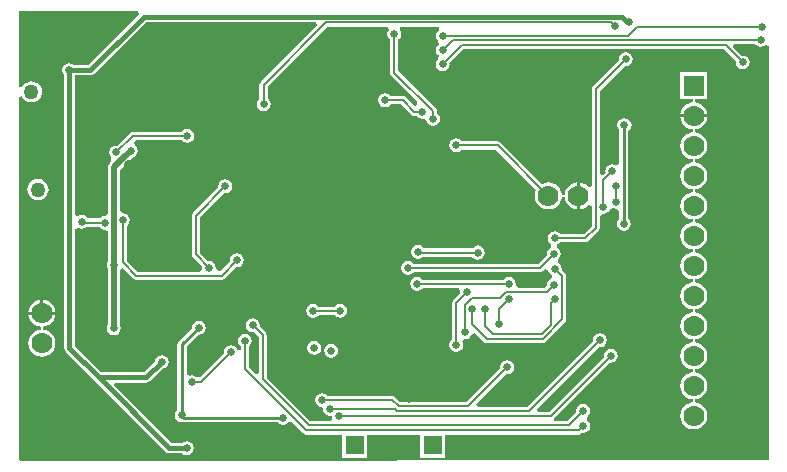
<source format=gbl>
G04*
G04 #@! TF.GenerationSoftware,Altium Limited,Altium Designer,18.1.9 (240)*
G04*
G04 Layer_Physical_Order=2*
G04 Layer_Color=16711680*
%FSLAX24Y24*%
%MOIN*%
G70*
G01*
G75*
%ADD10C,0.0100*%
%ADD12C,0.0070*%
%ADD77C,0.0150*%
%ADD78C,0.0200*%
%ADD79C,0.0700*%
%ADD80R,0.0700X0.0700*%
%ADD81R,0.0630X0.0630*%
%ADD82C,0.0500*%
%ADD83C,0.0260*%
G36*
X4018Y14900D02*
X2316Y13198D01*
X1837D01*
X1780Y13237D01*
X1690Y13255D01*
X1600Y13237D01*
X1524Y13186D01*
X1473Y13110D01*
X1455Y13020D01*
X1473Y12930D01*
X1512Y12873D01*
Y3750D01*
X1525Y3682D01*
X1564Y3624D01*
X2534Y2654D01*
X4894Y294D01*
X4952Y255D01*
X5020Y242D01*
X5453D01*
X5510Y203D01*
X5600Y185D01*
X5690Y203D01*
X5766Y254D01*
X5817Y330D01*
X5835Y420D01*
X5817Y510D01*
X5766Y586D01*
X5690Y637D01*
X5600Y655D01*
X5510Y637D01*
X5453Y598D01*
X5094D01*
X3183Y2509D01*
X3221Y2602D01*
X4249D01*
X4317Y2615D01*
X4375Y2654D01*
X4782Y3061D01*
X4850Y3075D01*
X4926Y3125D01*
X4977Y3202D01*
X4995Y3291D01*
X4977Y3381D01*
X4926Y3457D01*
X4850Y3508D01*
X4760Y3526D01*
X4670Y3508D01*
X4594Y3457D01*
X4543Y3381D01*
X4530Y3314D01*
X4175Y2958D01*
X2734D01*
X1868Y3824D01*
Y7726D01*
X1968Y7771D01*
X2010Y7743D01*
X2100Y7725D01*
X2190Y7743D01*
X2266Y7794D01*
X2271Y7802D01*
X2695D01*
X2714Y7774D01*
X2790Y7723D01*
X2880Y7705D01*
X2889Y7707D01*
X2966Y7644D01*
Y6660D01*
X2968Y6651D01*
X2953Y6630D01*
X2935Y6540D01*
X2953Y6450D01*
X2966Y6431D01*
Y4529D01*
X2953Y4510D01*
X2935Y4420D01*
X2953Y4330D01*
X3004Y4254D01*
X3080Y4203D01*
X3170Y4185D01*
X3260Y4203D01*
X3336Y4254D01*
X3387Y4330D01*
X3405Y4420D01*
X3387Y4510D01*
X3374Y4529D01*
Y6370D01*
X3474Y6411D01*
X3813Y6073D01*
X3857Y6043D01*
X3910Y6032D01*
X6760D01*
X6813Y6043D01*
X6857Y6073D01*
X7237Y6452D01*
X7270Y6445D01*
X7360Y6463D01*
X7436Y6514D01*
X7487Y6590D01*
X7505Y6680D01*
X7487Y6770D01*
X7436Y6846D01*
X7360Y6897D01*
X7270Y6915D01*
X7180Y6897D01*
X7104Y6846D01*
X7053Y6770D01*
X7035Y6680D01*
X7042Y6647D01*
X6728Y6333D01*
X6633Y6339D01*
X6571Y6422D01*
X6575Y6440D01*
X6557Y6530D01*
X6506Y6606D01*
X6430Y6657D01*
X6340Y6675D01*
X6307Y6668D01*
X6038Y6937D01*
Y8113D01*
X6847Y8922D01*
X6880Y8915D01*
X6970Y8933D01*
X7046Y8984D01*
X7097Y9060D01*
X7115Y9150D01*
X7097Y9240D01*
X7046Y9316D01*
X6970Y9367D01*
X6880Y9385D01*
X6790Y9367D01*
X6714Y9316D01*
X6663Y9240D01*
X6645Y9150D01*
X6652Y9117D01*
X5803Y8267D01*
X5773Y8223D01*
X5762Y8170D01*
Y6880D01*
X5773Y6827D01*
X5803Y6783D01*
X6112Y6473D01*
X6105Y6440D01*
X6112Y6408D01*
X6041Y6308D01*
X3967D01*
X3608Y6667D01*
Y7825D01*
X3636Y7844D01*
X3687Y7920D01*
X3705Y8010D01*
X3687Y8100D01*
X3636Y8176D01*
X3560Y8227D01*
X3470Y8245D01*
X3374Y8327D01*
Y9696D01*
X3514Y9836D01*
X3546Y9884D01*
X3646Y9984D01*
X3694Y10016D01*
X3797Y10119D01*
X3820Y10123D01*
X3896Y10174D01*
X3947Y10250D01*
X3965Y10340D01*
X3947Y10430D01*
X3896Y10506D01*
X3871Y10522D01*
X3852Y10632D01*
X3901Y10692D01*
X5435D01*
X5454Y10664D01*
X5530Y10613D01*
X5620Y10595D01*
X5710Y10613D01*
X5786Y10664D01*
X5837Y10740D01*
X5855Y10830D01*
X5837Y10920D01*
X5786Y10996D01*
X5710Y11047D01*
X5620Y11065D01*
X5530Y11047D01*
X5454Y10996D01*
X5435Y10968D01*
X3800D01*
X3747Y10957D01*
X3703Y10927D01*
X3703Y10927D01*
X3283Y10508D01*
X3250Y10515D01*
X3160Y10497D01*
X3084Y10446D01*
X3033Y10370D01*
X3015Y10280D01*
X3033Y10190D01*
X3084Y10114D01*
X3091Y9989D01*
X3026Y9924D01*
X2982Y9858D01*
X2966Y9780D01*
Y8236D01*
X2889Y8173D01*
X2880Y8175D01*
X2790Y8157D01*
X2714Y8106D01*
X2695Y8078D01*
X2298D01*
X2266Y8126D01*
X2190Y8177D01*
X2100Y8195D01*
X2010Y8177D01*
X1968Y8149D01*
X1868Y8194D01*
Y12842D01*
X2390D01*
X2458Y12855D01*
X2516Y12894D01*
X4244Y14622D01*
X9916D01*
X9955Y14529D01*
X8063Y12637D01*
X8033Y12593D01*
X8022Y12540D01*
Y12065D01*
X7994Y12046D01*
X7943Y11970D01*
X7925Y11880D01*
X7943Y11790D01*
X7994Y11714D01*
X8070Y11663D01*
X8160Y11645D01*
X8250Y11663D01*
X8326Y11714D01*
X8377Y11790D01*
X8395Y11880D01*
X8377Y11970D01*
X8326Y12046D01*
X8298Y12065D01*
Y12483D01*
X10287Y14472D01*
X12284D01*
X12299Y14453D01*
X12328Y14372D01*
X12293Y14320D01*
X12275Y14230D01*
X12293Y14140D01*
X12344Y14064D01*
X12372Y14045D01*
Y12940D01*
X12383Y12887D01*
X12413Y12843D01*
X13277Y11978D01*
X13263Y11858D01*
X13206Y11822D01*
X13186Y11829D01*
X12897Y12117D01*
X12853Y12147D01*
X12800Y12158D01*
X12395D01*
X12376Y12186D01*
X12300Y12237D01*
X12210Y12255D01*
X12120Y12237D01*
X12044Y12186D01*
X11993Y12110D01*
X11975Y12020D01*
X11993Y11930D01*
X12044Y11854D01*
X12120Y11803D01*
X12210Y11785D01*
X12300Y11803D01*
X12376Y11854D01*
X12395Y11882D01*
X12743D01*
X13093Y11533D01*
X13137Y11503D01*
X13190Y11492D01*
X13265D01*
X13284Y11464D01*
X13360Y11413D01*
X13450Y11395D01*
X13481Y11402D01*
X13547Y11400D01*
X13590Y11329D01*
X13593Y11310D01*
X13644Y11234D01*
X13720Y11183D01*
X13810Y11165D01*
X13900Y11183D01*
X13976Y11234D01*
X14027Y11310D01*
X14045Y11400D01*
X14027Y11490D01*
X13976Y11566D01*
X13943Y11588D01*
Y11645D01*
X13943Y11645D01*
X13932Y11698D01*
X13902Y11742D01*
X13902Y11742D01*
X12648Y12997D01*
Y14045D01*
X12676Y14064D01*
X12727Y14140D01*
X12745Y14230D01*
X12727Y14320D01*
X12692Y14372D01*
X12721Y14453D01*
X12736Y14472D01*
X13998D01*
X14019Y14372D01*
X13964Y14336D01*
X13913Y14260D01*
X13895Y14170D01*
X13913Y14080D01*
X13964Y14004D01*
X13990Y13987D01*
X13993Y13869D01*
X13974Y13856D01*
X13923Y13780D01*
X13905Y13690D01*
X13923Y13600D01*
X13974Y13524D01*
X13993Y13511D01*
X13990Y13393D01*
X13964Y13376D01*
X13913Y13300D01*
X13895Y13210D01*
X13913Y13120D01*
X13964Y13044D01*
X14040Y12993D01*
X14130Y12975D01*
X14220Y12993D01*
X14296Y13044D01*
X14347Y13120D01*
X14365Y13210D01*
X14358Y13243D01*
X14827Y13712D01*
X20209D01*
X20219Y13612D01*
X20140Y13597D01*
X20064Y13546D01*
X20013Y13470D01*
X19995Y13380D01*
X20002Y13347D01*
X19133Y12477D01*
X19103Y12433D01*
X19092Y12380D01*
Y9157D01*
X18992Y9123D01*
X18971Y9151D01*
X18877Y9223D01*
X18767Y9268D01*
X18700Y9277D01*
Y8830D01*
Y8383D01*
X18767Y8392D01*
X18877Y8437D01*
X18971Y8509D01*
X18992Y8537D01*
X19092Y8503D01*
Y7817D01*
X18833Y7558D01*
X18045D01*
X18026Y7586D01*
X17950Y7637D01*
X17860Y7655D01*
X17770Y7637D01*
X17694Y7586D01*
X17643Y7510D01*
X17625Y7420D01*
X17643Y7330D01*
X17694Y7254D01*
X17748Y7218D01*
X17750Y7145D01*
X17748Y7131D01*
X17742Y7111D01*
X17674Y7066D01*
X17623Y6990D01*
X17605Y6900D01*
X17612Y6867D01*
X17313Y6568D01*
X13165D01*
X13146Y6596D01*
X13070Y6647D01*
X12980Y6665D01*
X12890Y6647D01*
X12814Y6596D01*
X12763Y6520D01*
X12745Y6430D01*
X12763Y6340D01*
X12814Y6264D01*
X12890Y6213D01*
X12980Y6195D01*
X13070Y6213D01*
X13146Y6264D01*
X13165Y6292D01*
X17370D01*
X17423Y6303D01*
X17467Y6333D01*
X17540Y6406D01*
X17551Y6405D01*
X17642Y6366D01*
X17653Y6310D01*
X17704Y6234D01*
X17767Y6192D01*
X17769Y6140D01*
X17757Y6088D01*
X17750Y6087D01*
X17674Y6036D01*
X17623Y5960D01*
X17605Y5870D01*
X17610Y5847D01*
X17544Y5773D01*
X16643D01*
X16569Y5873D01*
X16575Y5900D01*
X16557Y5990D01*
X16506Y6066D01*
X16430Y6117D01*
X16340Y6135D01*
X16250Y6117D01*
X16174Y6066D01*
X16155Y6038D01*
X13465D01*
X13446Y6066D01*
X13370Y6117D01*
X13280Y6135D01*
X13190Y6117D01*
X13114Y6066D01*
X13063Y5990D01*
X13045Y5900D01*
X13063Y5810D01*
X13114Y5734D01*
X13190Y5683D01*
X13280Y5665D01*
X13370Y5683D01*
X13446Y5734D01*
X13465Y5762D01*
X14660D01*
X14722Y5662D01*
X14711Y5610D01*
X14718Y5577D01*
X14483Y5341D01*
X14453Y5297D01*
X14442Y5244D01*
Y4045D01*
X14414Y4026D01*
X14363Y3950D01*
X14345Y3860D01*
X14363Y3770D01*
X14414Y3694D01*
X14490Y3643D01*
X14580Y3625D01*
X14670Y3643D01*
X14746Y3694D01*
X14797Y3770D01*
X14815Y3860D01*
X14797Y3950D01*
X14782Y3971D01*
X14843Y4061D01*
X14870Y4055D01*
X14960Y4073D01*
X15036Y4124D01*
X15087Y4200D01*
X15093Y4231D01*
X15201Y4264D01*
X15503Y3963D01*
X15547Y3933D01*
X15600Y3922D01*
X15600Y3922D01*
X17470D01*
X17523Y3933D01*
X17567Y3963D01*
X18217Y4613D01*
X18247Y4657D01*
X18258Y4710D01*
X18258Y4710D01*
Y6150D01*
X18247Y6203D01*
X18217Y6247D01*
X18217Y6247D01*
X18098Y6367D01*
X18105Y6400D01*
X18087Y6490D01*
X18036Y6566D01*
X17985Y6600D01*
X17972Y6685D01*
X17977Y6715D01*
X18006Y6734D01*
X18057Y6810D01*
X18075Y6900D01*
X18057Y6990D01*
X18006Y7066D01*
X17952Y7102D01*
X17950Y7175D01*
X17952Y7189D01*
X17958Y7209D01*
X18026Y7254D01*
X18045Y7282D01*
X18890D01*
X18943Y7293D01*
X18987Y7323D01*
X19327Y7663D01*
X19327Y7663D01*
X19357Y7707D01*
X19368Y7760D01*
X19368Y7760D01*
Y8154D01*
X19468Y8230D01*
X19490Y8225D01*
X19580Y8243D01*
X19656Y8294D01*
X19707Y8370D01*
X19708Y8375D01*
X19819Y8421D01*
X19830Y8413D01*
X19920Y8395D01*
X20017Y8313D01*
Y8074D01*
X20004Y8066D01*
X19953Y7990D01*
X19935Y7900D01*
X19953Y7810D01*
X20004Y7734D01*
X20080Y7683D01*
X20170Y7665D01*
X20260Y7683D01*
X20336Y7734D01*
X20387Y7810D01*
X20405Y7900D01*
X20387Y7990D01*
X20336Y8066D01*
X20323Y8074D01*
Y10690D01*
Y11002D01*
X20356Y11024D01*
X20407Y11100D01*
X20425Y11190D01*
X20407Y11280D01*
X20356Y11356D01*
X20280Y11407D01*
X20190Y11425D01*
X20100Y11407D01*
X20024Y11356D01*
X19973Y11280D01*
X19955Y11190D01*
X19973Y11100D01*
X20017Y11035D01*
Y10690D01*
Y9890D01*
X19917Y9842D01*
X19880Y9867D01*
X19790Y9885D01*
X19700Y9867D01*
X19624Y9816D01*
X19573Y9740D01*
X19555Y9650D01*
X19562Y9617D01*
X19468Y9522D01*
X19368Y9564D01*
Y12323D01*
X20197Y13152D01*
X20230Y13145D01*
X20320Y13163D01*
X20396Y13214D01*
X20447Y13290D01*
X20465Y13380D01*
X20447Y13470D01*
X20396Y13546D01*
X20320Y13597D01*
X20241Y13612D01*
X20251Y13712D01*
X23503D01*
X23902Y13313D01*
X23895Y13280D01*
X23913Y13190D01*
X23964Y13114D01*
X24040Y13063D01*
X24130Y13046D01*
X24220Y13063D01*
X24296Y13114D01*
X24347Y13190D01*
X24365Y13280D01*
X24347Y13370D01*
X24296Y13446D01*
X24220Y13497D01*
X24130Y13515D01*
X24097Y13508D01*
X23805Y13800D01*
X23843Y13892D01*
X24545D01*
X24564Y13864D01*
X24640Y13813D01*
X24730Y13795D01*
X24820Y13813D01*
X24896Y13864D01*
X24900Y13870D01*
X25000Y13840D01*
Y32D01*
X24970Y10D01*
X71Y0D01*
X0Y71D01*
Y12138D01*
X100Y12158D01*
X114Y12123D01*
X170Y12050D01*
X243Y11994D01*
X329Y11959D01*
X420Y11947D01*
X511Y11959D01*
X597Y11994D01*
X670Y12050D01*
X726Y12123D01*
X761Y12209D01*
X773Y12300D01*
X761Y12391D01*
X726Y12477D01*
X670Y12550D01*
X597Y12606D01*
X511Y12641D01*
X420Y12653D01*
X329Y12641D01*
X243Y12606D01*
X170Y12550D01*
X114Y12477D01*
X100Y12442D01*
X0Y12462D01*
Y15000D01*
X3981D01*
X4018Y14900D01*
D02*
G37*
%LPC*%
G36*
X22950Y12950D02*
X22050D01*
Y12050D01*
X22464D01*
X22471Y11950D01*
X22434Y11945D01*
X22383Y11938D01*
X22273Y11893D01*
X22179Y11821D01*
X22107Y11727D01*
X22062Y11617D01*
X22053Y11550D01*
X22500D01*
X22947D01*
X22938Y11617D01*
X22893Y11727D01*
X22821Y11821D01*
X22727Y11893D01*
X22617Y11938D01*
X22566Y11945D01*
X22529Y11950D01*
X22536Y12050D01*
X22950D01*
Y12950D01*
D02*
G37*
G36*
X640Y9393D02*
X549Y9381D01*
X463Y9346D01*
X390Y9290D01*
X334Y9217D01*
X299Y9131D01*
X287Y9040D01*
X299Y8949D01*
X334Y8863D01*
X390Y8790D01*
X463Y8734D01*
X549Y8699D01*
X640Y8687D01*
X731Y8699D01*
X817Y8734D01*
X890Y8790D01*
X946Y8863D01*
X981Y8949D01*
X993Y9040D01*
X981Y9131D01*
X946Y9217D01*
X890Y9290D01*
X817Y9346D01*
X731Y9381D01*
X640Y9393D01*
D02*
G37*
G36*
X14590Y10745D02*
X14500Y10727D01*
X14424Y10676D01*
X14373Y10600D01*
X14355Y10510D01*
X14373Y10420D01*
X14424Y10344D01*
X14500Y10293D01*
X14590Y10275D01*
X14680Y10293D01*
X14756Y10344D01*
X14775Y10372D01*
X15913D01*
X17249Y9037D01*
X17212Y8947D01*
X17196Y8830D01*
X17212Y8713D01*
X17257Y8603D01*
X17329Y8509D01*
X17423Y8437D01*
X17533Y8392D01*
X17650Y8376D01*
X17767Y8392D01*
X17877Y8437D01*
X17971Y8509D01*
X18043Y8603D01*
X18088Y8713D01*
X18095Y8765D01*
X18100Y8797D01*
X18200D01*
X18205Y8765D01*
X18212Y8713D01*
X18257Y8603D01*
X18329Y8509D01*
X18423Y8437D01*
X18533Y8392D01*
X18600Y8383D01*
Y8830D01*
Y9277D01*
X18533Y9268D01*
X18423Y9223D01*
X18329Y9151D01*
X18257Y9057D01*
X18212Y8947D01*
X18205Y8895D01*
X18200Y8863D01*
X18100D01*
X18095Y8895D01*
X18088Y8947D01*
X18043Y9057D01*
X17971Y9151D01*
X17877Y9223D01*
X17767Y9268D01*
X17650Y9284D01*
X17533Y9268D01*
X17443Y9231D01*
X16067Y10607D01*
X16023Y10637D01*
X15970Y10648D01*
X14775D01*
X14756Y10676D01*
X14680Y10727D01*
X14590Y10745D01*
D02*
G37*
G36*
X13310Y7195D02*
X13220Y7177D01*
X13144Y7126D01*
X13093Y7050D01*
X13075Y6960D01*
X13093Y6870D01*
X13144Y6794D01*
X13220Y6743D01*
X13310Y6725D01*
X13400Y6743D01*
X13476Y6794D01*
X13481Y6802D01*
X15115D01*
X15134Y6774D01*
X15210Y6723D01*
X15300Y6705D01*
X15390Y6723D01*
X15466Y6774D01*
X15517Y6850D01*
X15535Y6940D01*
X15517Y7030D01*
X15466Y7106D01*
X15390Y7157D01*
X15300Y7175D01*
X15210Y7157D01*
X15134Y7106D01*
X15115Y7078D01*
X13508D01*
X13476Y7126D01*
X13400Y7177D01*
X13310Y7195D01*
D02*
G37*
G36*
X10720Y5235D02*
X10630Y5217D01*
X10554Y5166D01*
X10535Y5138D01*
X9995D01*
X9976Y5166D01*
X9900Y5217D01*
X9810Y5235D01*
X9720Y5217D01*
X9644Y5166D01*
X9593Y5090D01*
X9575Y5000D01*
X9593Y4910D01*
X9644Y4834D01*
X9720Y4783D01*
X9810Y4765D01*
X9900Y4783D01*
X9976Y4834D01*
X9995Y4862D01*
X10535D01*
X10554Y4834D01*
X10630Y4783D01*
X10720Y4765D01*
X10810Y4783D01*
X10886Y4834D01*
X10937Y4910D01*
X10955Y5000D01*
X10937Y5090D01*
X10886Y5166D01*
X10810Y5217D01*
X10720Y5235D01*
D02*
G37*
G36*
X820Y5367D02*
Y4970D01*
X1217D01*
X1208Y5037D01*
X1163Y5147D01*
X1091Y5241D01*
X997Y5313D01*
X887Y5358D01*
X820Y5367D01*
D02*
G37*
G36*
X720D02*
X653Y5358D01*
X543Y5313D01*
X449Y5241D01*
X377Y5147D01*
X332Y5037D01*
X323Y4970D01*
X720D01*
Y5367D01*
D02*
G37*
G36*
X9852Y3993D02*
X9762Y3975D01*
X9686Y3924D01*
X9635Y3848D01*
X9617Y3758D01*
X9635Y3669D01*
X9686Y3592D01*
X9762Y3542D01*
X9852Y3524D01*
X9941Y3542D01*
X10018Y3592D01*
X10068Y3669D01*
X10086Y3758D01*
X10068Y3848D01*
X10018Y3924D01*
X9941Y3975D01*
X9852Y3993D01*
D02*
G37*
G36*
X1217Y4870D02*
X770D01*
X323D01*
X332Y4803D01*
X377Y4693D01*
X449Y4599D01*
X543Y4527D01*
X653Y4482D01*
X705Y4475D01*
X737Y4470D01*
Y4370D01*
X705Y4365D01*
X653Y4358D01*
X543Y4313D01*
X449Y4241D01*
X377Y4147D01*
X332Y4037D01*
X316Y3920D01*
X332Y3803D01*
X377Y3693D01*
X449Y3599D01*
X543Y3527D01*
X653Y3482D01*
X770Y3466D01*
X887Y3482D01*
X997Y3527D01*
X1091Y3599D01*
X1163Y3693D01*
X1208Y3803D01*
X1224Y3920D01*
X1208Y4037D01*
X1163Y4147D01*
X1091Y4241D01*
X997Y4313D01*
X887Y4358D01*
X835Y4365D01*
X803Y4370D01*
Y4470D01*
X835Y4475D01*
X887Y4482D01*
X997Y4527D01*
X1091Y4599D01*
X1163Y4693D01*
X1208Y4803D01*
X1217Y4870D01*
D02*
G37*
G36*
X10409Y3904D02*
X10320Y3886D01*
X10244Y3835D01*
X10193Y3759D01*
X10175Y3669D01*
X10193Y3580D01*
X10244Y3504D01*
X10320Y3453D01*
X10409Y3435D01*
X10499Y3453D01*
X10575Y3504D01*
X10626Y3580D01*
X10644Y3669D01*
X10626Y3759D01*
X10575Y3835D01*
X10499Y3886D01*
X10409Y3904D01*
D02*
G37*
G36*
X7800Y4745D02*
X7710Y4727D01*
X7634Y4676D01*
X7583Y4600D01*
X7565Y4510D01*
X7583Y4420D01*
X7634Y4344D01*
X7710Y4293D01*
X7800Y4275D01*
X7833Y4282D01*
X7992Y4123D01*
Y2923D01*
X7900Y2885D01*
X7678Y3107D01*
Y3815D01*
X7706Y3834D01*
X7757Y3910D01*
X7775Y4000D01*
X7757Y4090D01*
X7706Y4166D01*
X7630Y4217D01*
X7540Y4235D01*
X7450Y4217D01*
X7374Y4166D01*
X7323Y4090D01*
X7305Y4000D01*
X7323Y3910D01*
X7374Y3834D01*
X7402Y3815D01*
Y3700D01*
X7393Y3689D01*
X7294Y3708D01*
X7282Y3717D01*
X7236Y3786D01*
X7160Y3837D01*
X7070Y3855D01*
X6980Y3837D01*
X6904Y3786D01*
X6853Y3710D01*
X6835Y3620D01*
X6842Y3587D01*
X6040Y2785D01*
X5935Y2776D01*
X5858Y2827D01*
X5769Y2845D01*
X5693Y2829D01*
X5656Y2844D01*
X5593Y2889D01*
Y3807D01*
X5985Y4199D01*
X6000Y4195D01*
X6090Y4213D01*
X6166Y4264D01*
X6217Y4340D01*
X6235Y4430D01*
X6217Y4520D01*
X6166Y4596D01*
X6090Y4647D01*
X6000Y4665D01*
X5910Y4647D01*
X5834Y4596D01*
X5783Y4520D01*
X5765Y4430D01*
X5769Y4415D01*
X5362Y4008D01*
X5332Y3988D01*
X5299Y3939D01*
X5287Y3880D01*
Y1684D01*
X5274Y1676D01*
X5223Y1600D01*
X5205Y1510D01*
X5223Y1420D01*
X5274Y1344D01*
X5350Y1293D01*
X5440Y1275D01*
X5504Y1288D01*
X5510Y1287D01*
X8636D01*
X8644Y1274D01*
X8720Y1223D01*
X8810Y1205D01*
X8900Y1223D01*
X8976Y1274D01*
X8977Y1277D01*
X9106Y1289D01*
X9483Y913D01*
X9483Y913D01*
X9527Y883D01*
X9580Y872D01*
X9580Y872D01*
X10786D01*
Y108D01*
X11616D01*
Y872D01*
X13384D01*
Y108D01*
X14214D01*
Y872D01*
X18670D01*
X18723Y883D01*
X18767Y913D01*
X18787Y932D01*
X18820Y925D01*
X18910Y943D01*
X18986Y994D01*
X19037Y1070D01*
X19055Y1160D01*
X19037Y1250D01*
X18986Y1326D01*
X18936Y1359D01*
X18930Y1380D01*
Y1450D01*
X18936Y1471D01*
X18986Y1504D01*
X19037Y1580D01*
X19055Y1670D01*
X19037Y1760D01*
X18986Y1836D01*
X18910Y1887D01*
X18820Y1905D01*
X18730Y1887D01*
X18654Y1836D01*
X18603Y1760D01*
X18585Y1670D01*
X18592Y1637D01*
X18273Y1318D01*
X17880D01*
X17855Y1358D01*
X17842Y1418D01*
X19697Y3272D01*
X19730Y3265D01*
X19820Y3283D01*
X19896Y3334D01*
X19947Y3410D01*
X19965Y3500D01*
X19947Y3590D01*
X19896Y3666D01*
X19820Y3717D01*
X19730Y3735D01*
X19640Y3717D01*
X19564Y3666D01*
X19513Y3590D01*
X19495Y3500D01*
X19502Y3467D01*
X17673Y1638D01*
X17313D01*
X17275Y1730D01*
X19337Y3792D01*
X19370Y3785D01*
X19460Y3803D01*
X19536Y3854D01*
X19587Y3930D01*
X19605Y4020D01*
X19587Y4110D01*
X19536Y4186D01*
X19460Y4237D01*
X19370Y4255D01*
X19280Y4237D01*
X19204Y4186D01*
X19153Y4110D01*
X19135Y4020D01*
X19142Y3987D01*
X16963Y1808D01*
X15293D01*
X15255Y1900D01*
X16247Y2892D01*
X16280Y2885D01*
X16370Y2903D01*
X16446Y2954D01*
X16497Y3030D01*
X16515Y3120D01*
X16497Y3210D01*
X16446Y3286D01*
X16370Y3337D01*
X16280Y3355D01*
X16190Y3337D01*
X16114Y3286D01*
X16063Y3210D01*
X16045Y3120D01*
X16052Y3087D01*
X14913Y1948D01*
X12717D01*
X12547Y2117D01*
X12503Y2147D01*
X12450Y2158D01*
X10305D01*
X10286Y2186D01*
X10210Y2237D01*
X10120Y2255D01*
X10030Y2237D01*
X9954Y2186D01*
X9903Y2110D01*
X9885Y2020D01*
X9903Y1930D01*
X9954Y1854D01*
X10030Y1803D01*
X10120Y1785D01*
X10132Y1773D01*
X10125Y1740D01*
X10143Y1650D01*
X10194Y1574D01*
X10270Y1523D01*
X10360Y1505D01*
X10367Y1507D01*
X10435Y1500D01*
X10452Y1418D01*
X10451Y1407D01*
X10395Y1318D01*
X9717D01*
X8268Y2767D01*
Y4180D01*
X8257Y4233D01*
X8227Y4277D01*
X8227Y4277D01*
X8028Y4477D01*
X8035Y4510D01*
X8017Y4600D01*
X7966Y4676D01*
X7890Y4727D01*
X7800Y4745D01*
D02*
G37*
G36*
X22947Y11450D02*
X22500D01*
X22053D01*
X22062Y11383D01*
X22107Y11273D01*
X22179Y11179D01*
X22273Y11107D01*
X22383Y11062D01*
X22435Y11055D01*
X22467Y11050D01*
Y10950D01*
X22435Y10945D01*
X22383Y10938D01*
X22273Y10893D01*
X22179Y10821D01*
X22107Y10727D01*
X22062Y10617D01*
X22046Y10500D01*
X22062Y10383D01*
X22107Y10273D01*
X22179Y10179D01*
X22273Y10107D01*
X22383Y10062D01*
X22435Y10055D01*
X22467Y10050D01*
Y9950D01*
X22435Y9945D01*
X22383Y9938D01*
X22273Y9893D01*
X22179Y9821D01*
X22107Y9727D01*
X22062Y9617D01*
X22046Y9500D01*
X22062Y9383D01*
X22107Y9273D01*
X22179Y9179D01*
X22273Y9107D01*
X22383Y9062D01*
X22435Y9055D01*
X22467Y9050D01*
Y8950D01*
X22435Y8945D01*
X22383Y8938D01*
X22273Y8893D01*
X22179Y8821D01*
X22107Y8727D01*
X22062Y8617D01*
X22046Y8500D01*
X22062Y8383D01*
X22107Y8273D01*
X22179Y8179D01*
X22273Y8107D01*
X22383Y8062D01*
X22435Y8055D01*
X22467Y8050D01*
Y7950D01*
X22435Y7945D01*
X22383Y7938D01*
X22273Y7893D01*
X22179Y7821D01*
X22107Y7727D01*
X22062Y7617D01*
X22046Y7500D01*
X22062Y7383D01*
X22107Y7273D01*
X22179Y7179D01*
X22273Y7107D01*
X22383Y7062D01*
X22435Y7055D01*
X22467Y7050D01*
Y6950D01*
X22435Y6945D01*
X22383Y6938D01*
X22273Y6893D01*
X22179Y6821D01*
X22107Y6727D01*
X22062Y6617D01*
X22046Y6500D01*
X22062Y6383D01*
X22107Y6273D01*
X22179Y6179D01*
X22273Y6107D01*
X22383Y6062D01*
X22435Y6055D01*
X22467Y6050D01*
Y5950D01*
X22435Y5945D01*
X22383Y5938D01*
X22273Y5893D01*
X22179Y5821D01*
X22107Y5727D01*
X22062Y5617D01*
X22046Y5500D01*
X22062Y5383D01*
X22107Y5273D01*
X22179Y5179D01*
X22273Y5107D01*
X22383Y5062D01*
X22435Y5055D01*
X22467Y5050D01*
Y4950D01*
X22435Y4945D01*
X22383Y4938D01*
X22273Y4893D01*
X22179Y4821D01*
X22107Y4727D01*
X22062Y4617D01*
X22046Y4500D01*
X22062Y4383D01*
X22107Y4273D01*
X22179Y4179D01*
X22273Y4107D01*
X22383Y4062D01*
X22435Y4055D01*
X22467Y4050D01*
Y3950D01*
X22435Y3945D01*
X22383Y3938D01*
X22273Y3893D01*
X22179Y3821D01*
X22107Y3727D01*
X22062Y3617D01*
X22046Y3500D01*
X22062Y3383D01*
X22107Y3273D01*
X22179Y3179D01*
X22273Y3107D01*
X22383Y3062D01*
X22435Y3055D01*
X22467Y3050D01*
Y2950D01*
X22435Y2945D01*
X22383Y2938D01*
X22273Y2893D01*
X22179Y2821D01*
X22107Y2727D01*
X22062Y2617D01*
X22046Y2500D01*
X22062Y2383D01*
X22107Y2273D01*
X22179Y2179D01*
X22273Y2107D01*
X22383Y2062D01*
X22435Y2055D01*
X22467Y2050D01*
Y1950D01*
X22435Y1945D01*
X22383Y1938D01*
X22273Y1893D01*
X22179Y1821D01*
X22107Y1727D01*
X22062Y1617D01*
X22046Y1500D01*
X22062Y1383D01*
X22107Y1273D01*
X22179Y1179D01*
X22273Y1107D01*
X22383Y1062D01*
X22500Y1046D01*
X22617Y1062D01*
X22727Y1107D01*
X22821Y1179D01*
X22893Y1273D01*
X22938Y1383D01*
X22954Y1500D01*
X22938Y1617D01*
X22893Y1727D01*
X22821Y1821D01*
X22727Y1893D01*
X22617Y1938D01*
X22565Y1945D01*
X22533Y1950D01*
Y2050D01*
X22565Y2055D01*
X22617Y2062D01*
X22727Y2107D01*
X22821Y2179D01*
X22893Y2273D01*
X22938Y2383D01*
X22954Y2500D01*
X22938Y2617D01*
X22893Y2727D01*
X22821Y2821D01*
X22727Y2893D01*
X22617Y2938D01*
X22565Y2945D01*
X22533Y2950D01*
Y3050D01*
X22565Y3055D01*
X22617Y3062D01*
X22727Y3107D01*
X22821Y3179D01*
X22893Y3273D01*
X22938Y3383D01*
X22954Y3500D01*
X22938Y3617D01*
X22893Y3727D01*
X22821Y3821D01*
X22727Y3893D01*
X22617Y3938D01*
X22565Y3945D01*
X22533Y3950D01*
Y4050D01*
X22565Y4055D01*
X22617Y4062D01*
X22727Y4107D01*
X22821Y4179D01*
X22893Y4273D01*
X22938Y4383D01*
X22954Y4500D01*
X22938Y4617D01*
X22893Y4727D01*
X22821Y4821D01*
X22727Y4893D01*
X22617Y4938D01*
X22565Y4945D01*
X22533Y4950D01*
Y5050D01*
X22565Y5055D01*
X22617Y5062D01*
X22727Y5107D01*
X22821Y5179D01*
X22893Y5273D01*
X22938Y5383D01*
X22954Y5500D01*
X22938Y5617D01*
X22893Y5727D01*
X22821Y5821D01*
X22727Y5893D01*
X22617Y5938D01*
X22565Y5945D01*
X22533Y5950D01*
Y6050D01*
X22565Y6055D01*
X22617Y6062D01*
X22727Y6107D01*
X22821Y6179D01*
X22893Y6273D01*
X22938Y6383D01*
X22954Y6500D01*
X22938Y6617D01*
X22893Y6727D01*
X22821Y6821D01*
X22727Y6893D01*
X22617Y6938D01*
X22565Y6945D01*
X22533Y6950D01*
Y7050D01*
X22565Y7055D01*
X22617Y7062D01*
X22727Y7107D01*
X22821Y7179D01*
X22893Y7273D01*
X22938Y7383D01*
X22954Y7500D01*
X22938Y7617D01*
X22893Y7727D01*
X22821Y7821D01*
X22727Y7893D01*
X22617Y7938D01*
X22565Y7945D01*
X22533Y7950D01*
Y8050D01*
X22565Y8055D01*
X22617Y8062D01*
X22727Y8107D01*
X22821Y8179D01*
X22893Y8273D01*
X22938Y8383D01*
X22954Y8500D01*
X22938Y8617D01*
X22893Y8727D01*
X22821Y8821D01*
X22727Y8893D01*
X22617Y8938D01*
X22565Y8945D01*
X22533Y8950D01*
Y9050D01*
X22565Y9055D01*
X22617Y9062D01*
X22727Y9107D01*
X22821Y9179D01*
X22893Y9273D01*
X22938Y9383D01*
X22954Y9500D01*
X22938Y9617D01*
X22893Y9727D01*
X22821Y9821D01*
X22727Y9893D01*
X22617Y9938D01*
X22565Y9945D01*
X22533Y9950D01*
Y10050D01*
X22565Y10055D01*
X22617Y10062D01*
X22727Y10107D01*
X22821Y10179D01*
X22893Y10273D01*
X22938Y10383D01*
X22954Y10500D01*
X22938Y10617D01*
X22893Y10727D01*
X22821Y10821D01*
X22727Y10893D01*
X22617Y10938D01*
X22565Y10945D01*
X22533Y10950D01*
Y11050D01*
X22565Y11055D01*
X22617Y11062D01*
X22727Y11107D01*
X22821Y11179D01*
X22893Y11273D01*
X22938Y11383D01*
X22947Y11450D01*
D02*
G37*
%LPD*%
D10*
X20170Y10690D02*
Y11170D01*
Y7900D02*
Y10690D01*
X5510Y1440D02*
X8810D01*
X5440Y1510D02*
X5510Y1440D01*
X5450Y3880D02*
X6000Y4430D01*
X5440Y3880D02*
X5450D01*
X5440Y1510D02*
Y3880D01*
D12*
X10230Y14610D02*
X19740D01*
X13810Y11400D02*
Y11506D01*
X20170Y11170D02*
X20190Y11190D01*
X15970Y10510D02*
X17650Y8830D01*
X14590Y10510D02*
X15970D01*
X12210Y12020D02*
X12800D01*
X13190Y11630D01*
X13450D01*
X12510Y12940D02*
X13805Y11645D01*
Y11511D02*
Y11645D01*
Y11511D02*
X13810Y11506D01*
X12510Y12940D02*
Y14230D01*
X14140Y13690D02*
X14480Y14030D01*
X14600D01*
X14130Y13210D02*
X14770Y13850D01*
X23560D01*
X24130Y13280D01*
X14600Y14030D02*
X24730Y14030D01*
X14130Y14170D02*
X20310Y14170D01*
X20610Y14470D01*
X24770D01*
X19740Y14610D02*
X19870Y14480D01*
X8160Y12540D02*
X10230Y14610D01*
X19230Y12380D02*
X20230Y13380D01*
X19230Y7760D02*
Y12380D01*
X19490Y9350D02*
X19790Y9650D01*
X19490Y8460D02*
Y9350D01*
X19900Y9160D02*
X19920Y9140D01*
Y8630D02*
Y9140D01*
X6760Y6170D02*
X7270Y6680D01*
X3910Y6170D02*
X6760D01*
X3470Y6610D02*
X3910Y6170D01*
X3470Y6610D02*
Y8010D01*
X2120Y7940D02*
X2880D01*
X2100Y7960D02*
X2120Y7940D01*
X8160Y11880D02*
Y12540D01*
X14580Y3860D02*
Y5244D01*
X14946Y5610D01*
X14870Y4290D02*
Y4830D01*
X14865Y4835D02*
X14870Y4830D01*
X5900Y6880D02*
X6340Y6440D01*
X5900Y6880D02*
Y8170D01*
X6880Y9150D01*
X17730Y1500D02*
X19730Y3500D01*
X10670Y1500D02*
X17730D01*
X17020Y1670D02*
X19370Y4020D01*
X12602Y1670D02*
X17020D01*
X14970Y1810D02*
X16280Y3120D01*
X12532Y1740D02*
X12602Y1670D01*
X10360Y1740D02*
X12532D01*
X12660Y1810D02*
X14970D01*
X12450Y2020D02*
X12660Y1810D01*
X10120Y2020D02*
X12450D01*
X18330Y1180D02*
X18820Y1670D01*
X9660Y1180D02*
X18330D01*
X8130Y2710D02*
X9660Y1180D01*
X18670Y1010D02*
X18820Y1160D01*
X9580Y1010D02*
X18670D01*
X7540Y3050D02*
X9580Y1010D01*
X7540Y3050D02*
Y4000D01*
X8130Y2710D02*
Y4180D01*
X7800Y4510D02*
X8130Y4180D01*
X6060Y2610D02*
X7070Y3620D01*
X5769Y2610D02*
X6060D01*
X9810Y5000D02*
X10720D01*
X13330Y6940D02*
X15300D01*
X13310Y6960D02*
X13330Y6940D01*
X18890Y7420D02*
X19230Y7760D01*
X12980Y6430D02*
X17370D01*
X17840Y6900D01*
X13280Y5900D02*
X16340D01*
X15110Y5420D02*
X16028D01*
X14865Y5175D02*
X15110Y5420D01*
X16028D02*
X16243Y5635D01*
X17605D02*
X17840Y5870D01*
X16243Y5635D02*
X17605D01*
X15536Y4504D02*
Y5070D01*
X14865Y4835D02*
Y5175D01*
X17870Y6400D02*
X18120Y6150D01*
Y4710D02*
Y6150D01*
X17470Y4060D02*
X18120Y4710D01*
X15600Y4060D02*
X17470D01*
X15100Y4560D02*
X15600Y4060D01*
X15100Y4560D02*
Y5050D01*
X15536Y4504D02*
X15800Y4240D01*
X17440D01*
X16000Y5060D02*
X16340Y5400D01*
X17440Y4240D02*
X17730Y4530D01*
Y5250D01*
X17880Y5400D01*
X16000Y4550D02*
Y5060D01*
X17860Y7420D02*
X18890D01*
X3800Y10830D02*
X5620D01*
X3250Y10280D02*
X3800Y10830D01*
D77*
X20280Y14640D02*
X20330D01*
X20120Y14800D02*
X20280Y14640D01*
X4170Y14800D02*
X20120D01*
X2390Y13020D02*
X4170Y14800D01*
X4249Y2780D02*
X4760Y3291D01*
X2660Y2780D02*
X5020Y420D01*
X1690Y3750D02*
X2660Y2780D01*
X4249D01*
X5020Y420D02*
X5600D01*
X1690Y3750D02*
Y13020D01*
X2390D01*
D78*
X3170Y9780D02*
X3370Y9980D01*
X3170Y6660D02*
Y9780D01*
X3550Y10160D02*
X3730Y10340D01*
X3534Y10160D02*
X3550D01*
X3370Y9996D02*
X3534Y10160D01*
X3370Y9980D02*
Y9996D01*
X3170Y4420D02*
Y6540D01*
D79*
X770Y4920D02*
D03*
Y3920D02*
D03*
X17650Y8830D02*
D03*
X18650D02*
D03*
X22500Y11500D02*
D03*
Y10500D02*
D03*
Y9500D02*
D03*
Y8500D02*
D03*
Y7500D02*
D03*
Y6500D02*
D03*
Y5500D02*
D03*
Y4500D02*
D03*
Y3500D02*
D03*
Y2500D02*
D03*
Y1500D02*
D03*
D80*
Y12500D02*
D03*
D81*
X11201Y523D02*
D03*
X13799D02*
D03*
D82*
X420Y12300D02*
D03*
X640Y9040D02*
D03*
D83*
X11670Y14170D02*
D03*
X13810Y11400D02*
D03*
X20190Y11190D02*
D03*
X14590Y10510D02*
D03*
X14400Y12550D02*
D03*
X13450Y11630D02*
D03*
X12510Y14230D02*
D03*
X14130Y13210D02*
D03*
X14140Y13690D02*
D03*
X14130Y14170D02*
D03*
X20330Y14640D02*
D03*
X19870Y14480D02*
D03*
X24770Y14470D02*
D03*
X24730Y14030D02*
D03*
X20230Y13380D02*
D03*
X24130Y13280D02*
D03*
X6300Y14310D02*
D03*
X19790Y9650D02*
D03*
X19920Y8630D02*
D03*
X19900Y9160D02*
D03*
X20170Y7900D02*
D03*
X19490Y8460D02*
D03*
X7270Y6680D02*
D03*
X3470Y8010D02*
D03*
X2880Y7940D02*
D03*
X3880Y8010D02*
D03*
X17460Y3460D02*
D03*
X362Y10682D02*
D03*
X11610Y12900D02*
D03*
X8160Y11880D02*
D03*
X14580Y3860D02*
D03*
X14946Y5610D02*
D03*
X14870Y4290D02*
D03*
X6880Y9150D02*
D03*
X12210Y12020D02*
D03*
X7570Y10330D02*
D03*
X6380Y7710D02*
D03*
X4760Y3291D02*
D03*
X5600Y420D02*
D03*
X1690Y13020D02*
D03*
X19730Y3500D02*
D03*
X19370Y4020D02*
D03*
X10120Y2020D02*
D03*
X10360Y1740D02*
D03*
X10670Y1500D02*
D03*
X18820Y1160D02*
D03*
Y1670D02*
D03*
X14980Y2240D02*
D03*
X7070Y3620D02*
D03*
X5769Y2610D02*
D03*
X7540Y4000D02*
D03*
X8810Y1440D02*
D03*
X9400Y2220D02*
D03*
X16280Y3120D02*
D03*
X9852Y3758D02*
D03*
X10409Y3669D02*
D03*
X6000Y4430D02*
D03*
X5440Y1510D02*
D03*
X6160Y840D02*
D03*
X6332Y3440D02*
D03*
X3840Y5520D02*
D03*
X2280Y3950D02*
D03*
X12580Y11700D02*
D03*
X9810Y5000D02*
D03*
X10720D02*
D03*
X15300Y6940D02*
D03*
X13310Y6960D02*
D03*
X13280Y5900D02*
D03*
X12980Y6430D02*
D03*
X17840Y6900D02*
D03*
X15536Y5070D02*
D03*
X15100Y5050D02*
D03*
X16000Y4550D02*
D03*
X17880Y5400D02*
D03*
X17870Y6400D02*
D03*
X17840Y5870D02*
D03*
X15120Y9770D02*
D03*
X16340Y5400D02*
D03*
Y5900D02*
D03*
X17860Y7420D02*
D03*
X7800Y4510D02*
D03*
X5620Y10830D02*
D03*
X3170Y4420D02*
D03*
X14270Y2830D02*
D03*
X8470Y2810D02*
D03*
X13012Y2062D02*
D03*
X10450Y12020D02*
D03*
X4800Y6550D02*
D03*
X5784Y12836D02*
D03*
X5744Y13786D02*
D03*
X12930Y2720D02*
D03*
X16220Y8570D02*
D03*
X19980Y6850D02*
D03*
X6340Y6440D02*
D03*
X6290Y4780D02*
D03*
X2100Y7960D02*
D03*
X3170Y6540D02*
D03*
X3240Y11720D02*
D03*
X2200Y9395D02*
D03*
X2176Y8606D02*
D03*
X3650Y9880D02*
D03*
X3730Y10340D02*
D03*
X3250Y10280D02*
D03*
M02*

</source>
